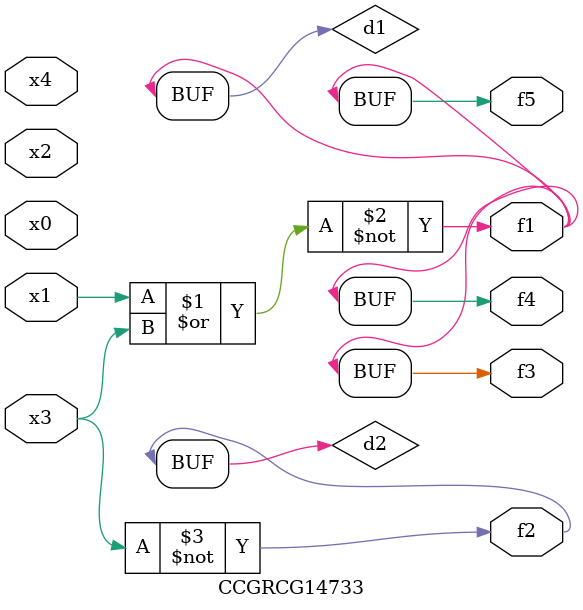
<source format=v>
module CCGRCG14733(
	input x0, x1, x2, x3, x4,
	output f1, f2, f3, f4, f5
);

	wire d1, d2;

	nor (d1, x1, x3);
	not (d2, x3);
	assign f1 = d1;
	assign f2 = d2;
	assign f3 = d1;
	assign f4 = d1;
	assign f5 = d1;
endmodule

</source>
